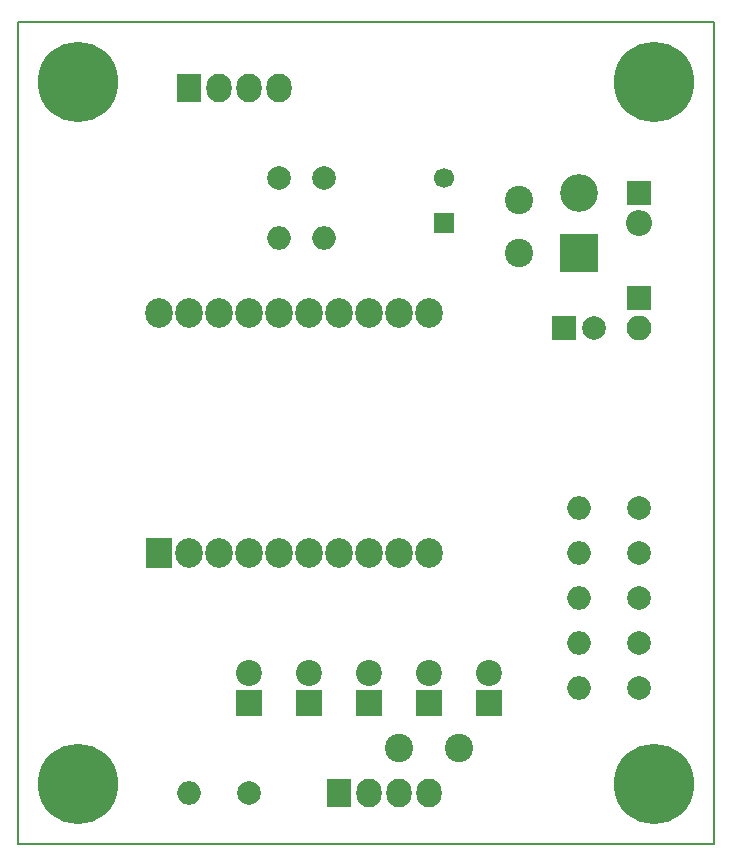
<source format=gbr>
G04 #@! TF.FileFunction,Soldermask,Bot*
%FSLAX46Y46*%
G04 Gerber Fmt 4.6, Leading zero omitted, Abs format (unit mm)*
G04 Created by KiCad (PCBNEW 4.0.5+dfsg1-4) date Sun Jul  5 20:58:49 2020*
%MOMM*%
%LPD*%
G01*
G04 APERTURE LIST*
%ADD10C,0.150000*%
%ADD11R,2.100000X2.100000*%
%ADD12O,2.200000X2.200000*%
%ADD13C,2.000000*%
%ADD14O,2.000000X2.000000*%
%ADD15C,2.200000*%
%ADD16R,2.200000X2.200000*%
%ADD17O,2.300000X2.500000*%
%ADD18R,2.300000X2.500000*%
%ADD19R,2.000000X2.000000*%
%ADD20O,3.200000X3.200000*%
%ADD21R,3.200000X3.200000*%
%ADD22O,2.100000X2.100000*%
%ADD23R,2.127200X2.432000*%
%ADD24O,2.127200X2.432000*%
%ADD25R,1.700000X1.700000*%
%ADD26C,1.700000*%
%ADD27C,2.398980*%
%ADD28C,6.800000*%
G04 APERTURE END LIST*
D10*
X118872000Y-132588000D02*
X118872000Y-62992000D01*
X177800000Y-132588000D02*
X118872000Y-132588000D01*
X177800000Y-62992000D02*
X177800000Y-132588000D01*
X123952000Y-62992000D02*
X177800000Y-62992000D01*
X123952000Y-62992000D02*
X118872000Y-62992000D01*
D11*
X171450000Y-77470000D03*
D12*
X171450000Y-80010000D03*
D13*
X138430000Y-128270000D03*
D14*
X133350000Y-128270000D03*
X166370000Y-119380000D03*
D13*
X171450000Y-119380000D03*
X171450000Y-115570000D03*
D14*
X166370000Y-115570000D03*
D13*
X171450000Y-104140000D03*
D14*
X166370000Y-104140000D03*
X166370000Y-107950000D03*
D13*
X171450000Y-107950000D03*
D14*
X144780000Y-81280000D03*
D13*
X144780000Y-76200000D03*
X140970000Y-76200000D03*
D14*
X140970000Y-81280000D03*
D15*
X158750000Y-118110000D03*
D16*
X158750000Y-120650000D03*
X153670000Y-120650000D03*
D15*
X153670000Y-118110000D03*
X148590000Y-118110000D03*
D16*
X148590000Y-120650000D03*
X143510000Y-120650000D03*
D15*
X143510000Y-118110000D03*
X138430000Y-118110000D03*
D16*
X138430000Y-120650000D03*
D14*
X166370000Y-111760000D03*
D13*
X171450000Y-111760000D03*
D17*
X153670000Y-87630000D03*
X153670000Y-107950000D03*
X151130000Y-87630000D03*
X151130000Y-107950000D03*
X148590000Y-87630000D03*
X148590000Y-107950000D03*
X146050000Y-87630000D03*
X146050000Y-107950000D03*
X143510000Y-87630000D03*
X143510000Y-107950000D03*
X140970000Y-87630000D03*
X140970000Y-107950000D03*
X138430000Y-87630000D03*
X138430000Y-107950000D03*
X135890000Y-87630000D03*
X135890000Y-107950000D03*
X133350000Y-87630000D03*
X133350000Y-107950000D03*
X130810000Y-87630000D03*
D18*
X130810000Y-107950000D03*
D13*
X167600000Y-88900000D03*
D19*
X165100000Y-88900000D03*
D20*
X166370000Y-77470000D03*
D21*
X166370000Y-82550000D03*
D22*
X171450000Y-88900000D03*
D11*
X171450000Y-86360000D03*
D23*
X146050000Y-128270000D03*
D24*
X148590000Y-128270000D03*
X151130000Y-128270000D03*
X153670000Y-128270000D03*
D23*
X133350000Y-68580000D03*
D24*
X135890000Y-68580000D03*
X138430000Y-68580000D03*
X140970000Y-68580000D03*
D25*
X154940000Y-80010000D03*
D26*
X154940000Y-76210000D03*
D27*
X161290000Y-82550000D03*
X161290000Y-78105000D03*
X156210000Y-124460000D03*
X151130000Y-124460000D03*
D28*
X123952000Y-68072000D03*
X172720000Y-68072000D03*
X172720000Y-127508000D03*
X123952000Y-127508000D03*
M02*

</source>
